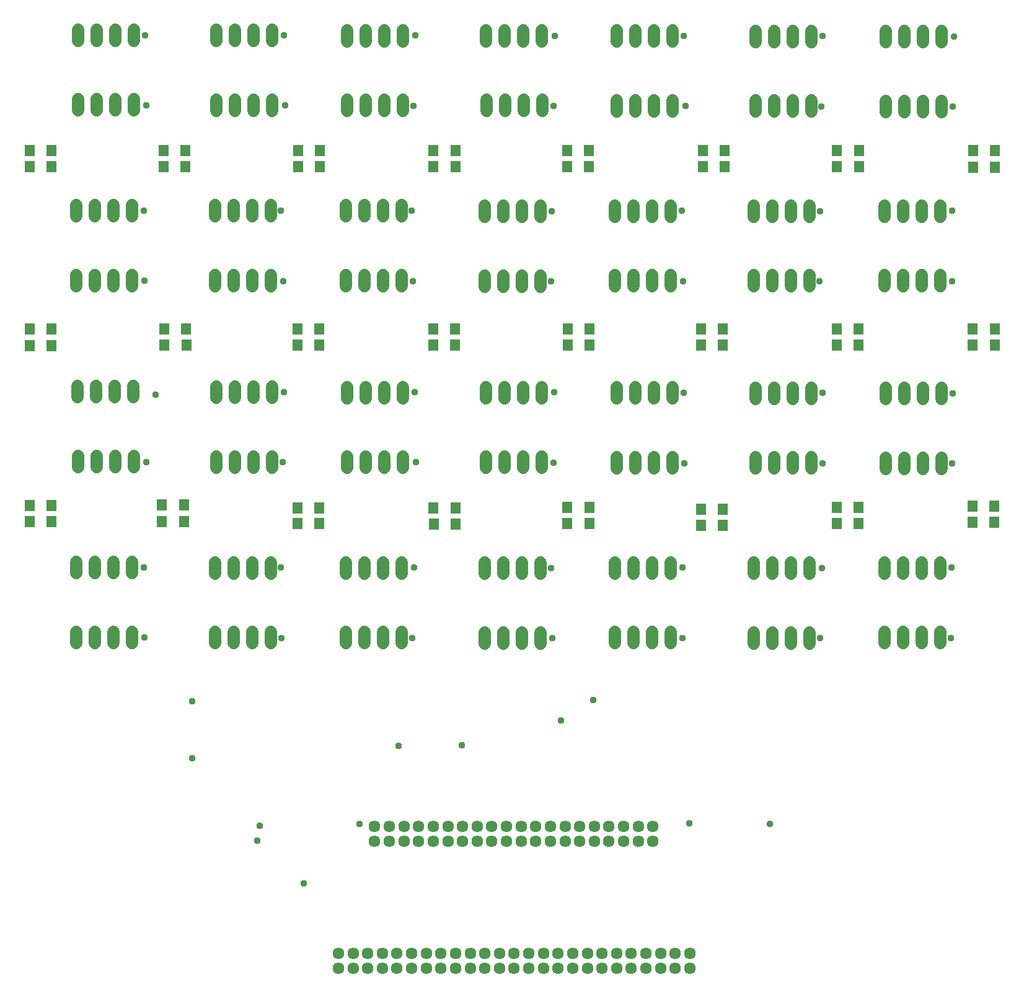
<source format=gbr>
G04 EAGLE Gerber RS-274X export*
G75*
%MOMM*%
%FSLAX34Y34*%
%LPD*%
%INSoldermask Top*%
%IPPOS*%
%AMOC8*
5,1,8,0,0,1.08239X$1,22.5*%
G01*
%ADD10R,1.403200X1.603200*%
%ADD11C,1.727200*%
%ADD12C,1.611200*%
%ADD13C,0.959600*%


D10*
X179564Y170434D03*
X209564Y170434D03*
X179818Y148336D03*
X209818Y148336D03*
D11*
X321818Y320294D02*
X321818Y335534D01*
X296418Y335534D02*
X296418Y320294D01*
X271018Y320294D02*
X271018Y335534D01*
X245618Y335534D02*
X245618Y320294D01*
X245618Y240284D02*
X245618Y225044D01*
X271018Y225044D02*
X271018Y240284D01*
X296418Y240284D02*
X296418Y225044D01*
X321818Y225044D02*
X321818Y240284D01*
D10*
X362698Y170180D03*
X392698Y170180D03*
X362698Y148082D03*
X392698Y148082D03*
D11*
X511302Y320040D02*
X511302Y335280D01*
X485902Y335280D02*
X485902Y320040D01*
X460502Y320040D02*
X460502Y335280D01*
X435102Y335280D02*
X435102Y320040D01*
X435102Y240030D02*
X435102Y224790D01*
X460502Y224790D02*
X460502Y240030D01*
X485902Y240030D02*
X485902Y224790D01*
X511302Y224790D02*
X511302Y240030D01*
D10*
X546086Y170688D03*
X576086Y170688D03*
X546086Y148082D03*
X576086Y148082D03*
D11*
X689864Y319786D02*
X689864Y335026D01*
X664464Y335026D02*
X664464Y319786D01*
X639064Y319786D02*
X639064Y335026D01*
X613664Y335026D02*
X613664Y319786D01*
X613664Y239776D02*
X613664Y224536D01*
X639064Y224536D02*
X639064Y239776D01*
X664464Y239776D02*
X664464Y224536D01*
X689864Y224536D02*
X689864Y239776D01*
D10*
X731252Y170434D03*
X761252Y170434D03*
X731252Y148336D03*
X761252Y148336D03*
D11*
X879348Y319532D02*
X879348Y334772D01*
X853948Y334772D02*
X853948Y319532D01*
X828548Y319532D02*
X828548Y334772D01*
X803148Y334772D02*
X803148Y319532D01*
X803656Y239522D02*
X803656Y224282D01*
X829056Y224282D02*
X829056Y239522D01*
X854456Y239522D02*
X854456Y224282D01*
X879856Y224282D02*
X879856Y239522D01*
D10*
X913878Y170180D03*
X943878Y170180D03*
X913878Y148336D03*
X943878Y148336D03*
D11*
X1057656Y319024D02*
X1057656Y334264D01*
X1032256Y334264D02*
X1032256Y319024D01*
X1006856Y319024D02*
X1006856Y334264D01*
X981456Y334264D02*
X981456Y319024D01*
X981456Y239014D02*
X981456Y223774D01*
X1006856Y223774D02*
X1006856Y239014D01*
X1032256Y239014D02*
X1032256Y223774D01*
X1057656Y223774D02*
X1057656Y239014D01*
D10*
X1099298Y170434D03*
X1129298Y170434D03*
X1099298Y148336D03*
X1129298Y148336D03*
D11*
X1247140Y318770D02*
X1247140Y334010D01*
X1221740Y334010D02*
X1221740Y318770D01*
X1196340Y318770D02*
X1196340Y334010D01*
X1170940Y334010D02*
X1170940Y318770D01*
X1170940Y238760D02*
X1170940Y223520D01*
X1196340Y223520D02*
X1196340Y238760D01*
X1221740Y238760D02*
X1221740Y223520D01*
X1247140Y223520D02*
X1247140Y238760D01*
D10*
X1282432Y170180D03*
X1312432Y170180D03*
X1282432Y148082D03*
X1312432Y148082D03*
D11*
X1425448Y318262D02*
X1425448Y333502D01*
X1400048Y333502D02*
X1400048Y318262D01*
X1374648Y318262D02*
X1374648Y333502D01*
X1349248Y333502D02*
X1349248Y318262D01*
X1349248Y238252D02*
X1349248Y223012D01*
X1374648Y223012D02*
X1374648Y238252D01*
X1400048Y238252D02*
X1400048Y223012D01*
X1425448Y223012D02*
X1425448Y238252D01*
D10*
X1468106Y170180D03*
X1498106Y170180D03*
X1468106Y147828D03*
X1498106Y147828D03*
X179818Y-73660D03*
X209818Y-73660D03*
X179818Y-96012D03*
X209818Y-96012D03*
D11*
X319786Y80264D02*
X319786Y95504D01*
X294386Y95504D02*
X294386Y80264D01*
X268986Y80264D02*
X268986Y95504D01*
X243586Y95504D02*
X243586Y80264D01*
X243586Y254D02*
X243586Y-14986D01*
X268986Y-14986D02*
X268986Y254D01*
X294386Y254D02*
X294386Y-14986D01*
X319786Y-14986D02*
X319786Y254D01*
D10*
X363206Y-73406D03*
X393206Y-73406D03*
X363714Y-95758D03*
X393714Y-95758D03*
D11*
X509270Y80264D02*
X509270Y95504D01*
X483870Y95504D02*
X483870Y80264D01*
X458470Y80264D02*
X458470Y95504D01*
X433070Y95504D02*
X433070Y80264D01*
X433070Y254D02*
X433070Y-14986D01*
X458470Y-14986D02*
X458470Y254D01*
X483870Y254D02*
X483870Y-14986D01*
X509270Y-14986D02*
X509270Y254D01*
D10*
X545578Y-73406D03*
X575578Y-73406D03*
X545578Y-95504D03*
X575578Y-95504D03*
D11*
X687832Y80264D02*
X687832Y95504D01*
X662432Y95504D02*
X662432Y80264D01*
X637032Y80264D02*
X637032Y95504D01*
X611632Y95504D02*
X611632Y80264D01*
X611632Y0D02*
X611632Y-15240D01*
X637032Y-15240D02*
X637032Y0D01*
X662432Y0D02*
X662432Y-15240D01*
X687832Y-15240D02*
X687832Y0D01*
D10*
X730998Y-73152D03*
X760998Y-73152D03*
X730998Y-95250D03*
X760998Y-95250D03*
D11*
X877316Y79756D02*
X877316Y94996D01*
X851916Y94996D02*
X851916Y79756D01*
X826516Y79756D02*
X826516Y94996D01*
X801116Y94996D02*
X801116Y79756D01*
X801116Y-254D02*
X801116Y-15494D01*
X826516Y-15494D02*
X826516Y-254D01*
X851916Y-254D02*
X851916Y-15494D01*
X877316Y-15494D02*
X877316Y-254D01*
D10*
X914386Y-73660D03*
X944386Y-73660D03*
X914386Y-95504D03*
X944386Y-95504D03*
D11*
X1055624Y80010D02*
X1055624Y95250D01*
X1030224Y95250D02*
X1030224Y80010D01*
X1004824Y80010D02*
X1004824Y95250D01*
X979424Y95250D02*
X979424Y80010D01*
X979424Y0D02*
X979424Y-15240D01*
X1004824Y-15240D02*
X1004824Y0D01*
X1030224Y0D02*
X1030224Y-15240D01*
X1055624Y-15240D02*
X1055624Y0D01*
D10*
X1096758Y-73660D03*
X1126758Y-73660D03*
X1096758Y-95504D03*
X1126758Y-95504D03*
D11*
X1245108Y79756D02*
X1245108Y94996D01*
X1219708Y94996D02*
X1219708Y79756D01*
X1194308Y79756D02*
X1194308Y94996D01*
X1168908Y94996D02*
X1168908Y79756D01*
X1168908Y0D02*
X1168908Y-15240D01*
X1194308Y-15240D02*
X1194308Y0D01*
X1219708Y0D02*
X1219708Y-15240D01*
X1245108Y-15240D02*
X1245108Y0D01*
D10*
X1282178Y-73406D03*
X1312178Y-73406D03*
X1282178Y-95504D03*
X1312178Y-95504D03*
D11*
X1423416Y80010D02*
X1423416Y95250D01*
X1398016Y95250D02*
X1398016Y80010D01*
X1372616Y80010D02*
X1372616Y95250D01*
X1347216Y95250D02*
X1347216Y80010D01*
X1347216Y0D02*
X1347216Y-15240D01*
X1372616Y-15240D02*
X1372616Y0D01*
X1398016Y0D02*
X1398016Y-15240D01*
X1423416Y-15240D02*
X1423416Y0D01*
D10*
X1467852Y-73406D03*
X1497852Y-73406D03*
X1467852Y-95250D03*
X1497852Y-95250D03*
X179818Y-314706D03*
X209818Y-314706D03*
X179818Y-336804D03*
X209818Y-336804D03*
D11*
X321564Y-166878D02*
X321564Y-151638D01*
X296164Y-151638D02*
X296164Y-166878D01*
X270764Y-166878D02*
X270764Y-151638D01*
X245364Y-151638D02*
X245364Y-166878D01*
X245618Y-247396D02*
X245618Y-262636D01*
X271018Y-262636D02*
X271018Y-247396D01*
X296418Y-247396D02*
X296418Y-262636D01*
X321818Y-262636D02*
X321818Y-247396D01*
D10*
X360412Y-314198D03*
X390412Y-314198D03*
X360412Y-336550D03*
X390412Y-336550D03*
D11*
X511302Y-167640D02*
X511302Y-152400D01*
X485902Y-152400D02*
X485902Y-167640D01*
X460502Y-167640D02*
X460502Y-152400D01*
X435102Y-152400D02*
X435102Y-167640D01*
X435102Y-247650D02*
X435102Y-262890D01*
X460502Y-262890D02*
X460502Y-247650D01*
X485902Y-247650D02*
X485902Y-262890D01*
X511302Y-262890D02*
X511302Y-247650D01*
D10*
X545578Y-317754D03*
X575578Y-317754D03*
X545578Y-339598D03*
X575578Y-339598D03*
D11*
X689864Y-167894D02*
X689864Y-152654D01*
X664464Y-152654D02*
X664464Y-167894D01*
X639064Y-167894D02*
X639064Y-152654D01*
X613664Y-152654D02*
X613664Y-167894D01*
X613664Y-247904D02*
X613664Y-263144D01*
X639064Y-263144D02*
X639064Y-247904D01*
X664464Y-247904D02*
X664464Y-263144D01*
X689864Y-263144D02*
X689864Y-247904D01*
D10*
X731252Y-317754D03*
X761252Y-317754D03*
X731506Y-339852D03*
X761506Y-339852D03*
D11*
X879348Y-168148D02*
X879348Y-152908D01*
X853948Y-152908D02*
X853948Y-168148D01*
X828548Y-168148D02*
X828548Y-152908D01*
X803148Y-152908D02*
X803148Y-168148D01*
X803148Y-248158D02*
X803148Y-263398D01*
X828548Y-263398D02*
X828548Y-248158D01*
X853948Y-248158D02*
X853948Y-263398D01*
X879348Y-263398D02*
X879348Y-248158D01*
D10*
X914132Y-317500D03*
X944132Y-317500D03*
X914132Y-339344D03*
X944132Y-339344D03*
D11*
X1057656Y-168656D02*
X1057656Y-153416D01*
X1032256Y-153416D02*
X1032256Y-168656D01*
X1006856Y-168656D02*
X1006856Y-153416D01*
X981456Y-153416D02*
X981456Y-168656D01*
X981456Y-248666D02*
X981456Y-263906D01*
X1006856Y-263906D02*
X1006856Y-248666D01*
X1032256Y-248666D02*
X1032256Y-263906D01*
X1057656Y-263906D02*
X1057656Y-248666D01*
D10*
X1096758Y-320040D03*
X1126758Y-320040D03*
X1096758Y-341884D03*
X1126758Y-341884D03*
D11*
X1247140Y-168910D02*
X1247140Y-153670D01*
X1221740Y-153670D02*
X1221740Y-168910D01*
X1196340Y-168910D02*
X1196340Y-153670D01*
X1170940Y-153670D02*
X1170940Y-168910D01*
X1170940Y-248920D02*
X1170940Y-264160D01*
X1196340Y-264160D02*
X1196340Y-248920D01*
X1221740Y-248920D02*
X1221740Y-264160D01*
X1247140Y-264160D02*
X1247140Y-248920D01*
D10*
X1282178Y-317500D03*
X1312178Y-317500D03*
X1282178Y-339344D03*
X1312178Y-339344D03*
D11*
X1425448Y-169418D02*
X1425448Y-154178D01*
X1400048Y-154178D02*
X1400048Y-169418D01*
X1374648Y-169418D02*
X1374648Y-154178D01*
X1349248Y-154178D02*
X1349248Y-169418D01*
X1349248Y-249428D02*
X1349248Y-264668D01*
X1374648Y-264668D02*
X1374648Y-249428D01*
X1400048Y-249428D02*
X1400048Y-264668D01*
X1425448Y-264668D02*
X1425448Y-249428D01*
D10*
X1467598Y-315214D03*
X1497598Y-315214D03*
X1467598Y-337312D03*
X1497598Y-337312D03*
D11*
X319786Y-392176D02*
X319786Y-407416D01*
X294386Y-407416D02*
X294386Y-392176D01*
X268986Y-392176D02*
X268986Y-407416D01*
X243586Y-407416D02*
X243586Y-392176D01*
X243586Y-487426D02*
X243586Y-502666D01*
X268986Y-502666D02*
X268986Y-487426D01*
X294386Y-487426D02*
X294386Y-502666D01*
X319786Y-502666D02*
X319786Y-487426D01*
X509270Y-407670D02*
X509270Y-392430D01*
X483870Y-392430D02*
X483870Y-407670D01*
X458470Y-407670D02*
X458470Y-392430D01*
X433070Y-392430D02*
X433070Y-407670D01*
X433070Y-487680D02*
X433070Y-502920D01*
X458470Y-502920D02*
X458470Y-487680D01*
X483870Y-487680D02*
X483870Y-502920D01*
X509270Y-502920D02*
X509270Y-487680D01*
X687832Y-407670D02*
X687832Y-392430D01*
X662432Y-392430D02*
X662432Y-407670D01*
X637032Y-407670D02*
X637032Y-392430D01*
X611632Y-392430D02*
X611632Y-407670D01*
X611632Y-487680D02*
X611632Y-502920D01*
X637032Y-502920D02*
X637032Y-487680D01*
X662432Y-487680D02*
X662432Y-502920D01*
X687832Y-502920D02*
X687832Y-487680D01*
X877316Y-407924D02*
X877316Y-392684D01*
X851916Y-392684D02*
X851916Y-407924D01*
X826516Y-407924D02*
X826516Y-392684D01*
X801116Y-392684D02*
X801116Y-407924D01*
X801116Y-487934D02*
X801116Y-503174D01*
X826516Y-503174D02*
X826516Y-487934D01*
X851916Y-487934D02*
X851916Y-503174D01*
X877316Y-503174D02*
X877316Y-487934D01*
X1055624Y-407670D02*
X1055624Y-392430D01*
X1030224Y-392430D02*
X1030224Y-407670D01*
X1004824Y-407670D02*
X1004824Y-392430D01*
X979424Y-392430D02*
X979424Y-407670D01*
X979424Y-487680D02*
X979424Y-502920D01*
X1004824Y-502920D02*
X1004824Y-487680D01*
X1030224Y-487680D02*
X1030224Y-502920D01*
X1055624Y-502920D02*
X1055624Y-487680D01*
X1245108Y-407924D02*
X1245108Y-392684D01*
X1219708Y-392684D02*
X1219708Y-407924D01*
X1194308Y-407924D02*
X1194308Y-392684D01*
X1168908Y-392684D02*
X1168908Y-407924D01*
X1168908Y-487934D02*
X1168908Y-503174D01*
X1194308Y-503174D02*
X1194308Y-487934D01*
X1219708Y-487934D02*
X1219708Y-503174D01*
X1245108Y-503174D02*
X1245108Y-487934D01*
X1423416Y-407670D02*
X1423416Y-392430D01*
X1398016Y-392430D02*
X1398016Y-407670D01*
X1372616Y-407670D02*
X1372616Y-392430D01*
X1347216Y-392430D02*
X1347216Y-407670D01*
X1347216Y-487680D02*
X1347216Y-502920D01*
X1372616Y-502920D02*
X1372616Y-487680D01*
X1398016Y-487680D02*
X1398016Y-502920D01*
X1423416Y-502920D02*
X1423416Y-487680D01*
D12*
X601502Y-947260D03*
X601502Y-927260D03*
X621502Y-947260D03*
X621502Y-927260D03*
X641502Y-947260D03*
X641502Y-927260D03*
X661502Y-947260D03*
X661502Y-927260D03*
X681502Y-947260D03*
X681502Y-927260D03*
X701502Y-947260D03*
X701502Y-927260D03*
X721502Y-947260D03*
X721502Y-927260D03*
X741502Y-947260D03*
X741502Y-927260D03*
X761502Y-947260D03*
X761502Y-927260D03*
X781502Y-947260D03*
X781502Y-927260D03*
X801502Y-947260D03*
X801502Y-927260D03*
X821502Y-947260D03*
X821502Y-927260D03*
X841502Y-947260D03*
X841502Y-927260D03*
X861502Y-947260D03*
X861502Y-927260D03*
X881502Y-947260D03*
X881502Y-927260D03*
X901502Y-947260D03*
X901502Y-927260D03*
X921502Y-947260D03*
X921502Y-927260D03*
X941502Y-947260D03*
X941502Y-927260D03*
X961502Y-947260D03*
X961502Y-927260D03*
X981502Y-947260D03*
X981502Y-927260D03*
X1001502Y-947260D03*
X1001502Y-927260D03*
X1021502Y-947260D03*
X1021502Y-927260D03*
X1041502Y-947260D03*
X1041502Y-927260D03*
X1061502Y-947260D03*
X1061502Y-927260D03*
X1081502Y-947260D03*
X1081502Y-927260D03*
X650994Y-773270D03*
X650994Y-753270D03*
X670994Y-773270D03*
X670994Y-753270D03*
X690994Y-773270D03*
X690994Y-753270D03*
X710994Y-773270D03*
X710994Y-753270D03*
X730994Y-773270D03*
X730994Y-753270D03*
X750994Y-773270D03*
X750994Y-753270D03*
X770994Y-773270D03*
X770994Y-753270D03*
X790994Y-773270D03*
X790994Y-753270D03*
X810994Y-773270D03*
X810994Y-753270D03*
X830994Y-773270D03*
X830994Y-753270D03*
X850994Y-773270D03*
X850994Y-753270D03*
X870994Y-773270D03*
X870994Y-753270D03*
X890994Y-773270D03*
X890994Y-753270D03*
X910994Y-773270D03*
X910994Y-753270D03*
X930994Y-773270D03*
X930994Y-753270D03*
X950994Y-773270D03*
X950994Y-753270D03*
X970994Y-773270D03*
X970994Y-753270D03*
X990994Y-773270D03*
X990994Y-753270D03*
X1010994Y-773270D03*
X1010994Y-753270D03*
X1030994Y-773270D03*
X1030994Y-753270D03*
D13*
X337566Y328267D03*
X490220Y-772922D03*
X1438402Y-495653D03*
X401320Y-581914D03*
X401320Y-659892D03*
X629920Y-750062D03*
X494030Y-752602D03*
X769874Y-642112D03*
X683260Y-643382D03*
X949678Y-580644D03*
X905256Y-608584D03*
X1080770Y-749046D03*
X1191006Y-750062D03*
X553974Y-830834D03*
X527304Y328013D03*
X706120Y327759D03*
X896762Y327294D03*
X1073150Y326997D03*
X1263142Y326743D03*
X1442212Y326235D03*
X336042Y88364D03*
X522732Y88110D03*
X701802Y88110D03*
X892810Y87856D03*
X1070864Y88110D03*
X1259586Y87856D03*
X1439418Y88110D03*
X351790Y-162814D03*
X526796Y-159667D03*
X705866Y-159921D03*
X895858Y-160175D03*
X1072896Y-160683D03*
X1262634Y-160937D03*
X1440942Y-161445D03*
X335788Y-399316D03*
X522986Y-399570D03*
X705183Y-399717D03*
X891540Y-399824D03*
X1071372Y-399570D03*
X1261618Y-399824D03*
X1439164Y-399570D03*
X339423Y232585D03*
X528653Y232077D03*
X704342Y231676D03*
X895604Y231422D03*
X1075261Y231315D03*
X1261364Y230660D03*
X1440942Y230152D03*
X336804Y-7719D03*
X525780Y-7973D03*
X703326Y-7973D03*
X892048Y-8227D03*
X1072134Y-7973D03*
X1258570Y-8227D03*
X1439418Y-7973D03*
X339296Y-255222D03*
X525526Y-255750D03*
X707215Y-255857D03*
X895096Y-256258D03*
X1073912Y-256766D03*
X1262634Y-257020D03*
X1439926Y-257528D03*
X336296Y-495399D03*
X524002Y-495653D03*
X702564Y-495653D03*
X893318Y-495907D03*
X1071118Y-495653D03*
X1259586Y-495907D03*
M02*

</source>
